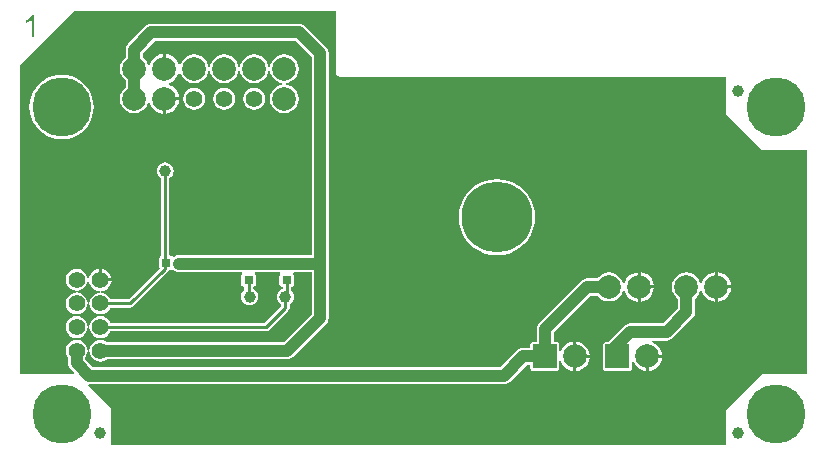
<source format=gtl>
G04 Layer_Physical_Order=1*
G04 Layer_Color=65280*
%FSLAX44Y44*%
%MOMM*%
G71*
G01*
G75*
%ADD10C,1.0000*%
%ADD11R,0.8000X0.7000*%
%ADD12R,0.7000X0.8000*%
%ADD13C,1.0000*%
%ADD14C,0.2540*%
%ADD15C,2.0000*%
%ADD16C,1.4000*%
%ADD17R,2.0000X2.0000*%
%ADD18C,5.0000*%
%ADD19C,6.0000*%
G36*
X270735Y317656D02*
X270945Y316602D01*
X271541Y315709D01*
X271710Y315541D01*
X271710Y315541D01*
X272603Y314944D01*
X273656Y314735D01*
X273656Y314735D01*
X600799D01*
Y283029D01*
X631070Y252758D01*
X668987D01*
Y62758D01*
X631070D01*
X621070Y52758D01*
X600799Y32487D01*
Y2753D01*
X80354D01*
Y33474D01*
X60565Y53264D01*
X61158Y54466D01*
X61687Y54397D01*
X412697D01*
X414576Y54644D01*
X416328Y55370D01*
X417832Y56524D01*
X432009Y70701D01*
X435109D01*
Y67963D01*
X435280Y67105D01*
X435766Y66377D01*
X436494Y65891D01*
X437352Y65720D01*
X457352D01*
X458210Y65891D01*
X458938Y66377D01*
X459424Y67105D01*
X459595Y67963D01*
Y73639D01*
X460865Y73892D01*
X461798Y71639D01*
X463808Y69019D01*
X466428Y67009D01*
X469478Y65746D01*
X471482Y65482D01*
Y77963D01*
Y90444D01*
X469478Y90180D01*
X466428Y88917D01*
X463808Y86907D01*
X461798Y84287D01*
X460865Y82034D01*
X459595Y82287D01*
Y87963D01*
X459424Y88821D01*
X458938Y89549D01*
X458210Y90035D01*
X457352Y90206D01*
X455102D01*
Y98242D01*
X486270Y129411D01*
X491943D01*
X493047Y127972D01*
X495596Y126016D01*
X498564Y124787D01*
X501749Y124368D01*
X504934Y124787D01*
X507901Y126016D01*
X510450Y127972D01*
X512405Y130520D01*
X513635Y133488D01*
X513637Y133504D01*
X514918D01*
X514931Y133399D01*
X516195Y130349D01*
X518205Y127729D01*
X520825Y125719D01*
X523875Y124456D01*
X525879Y124192D01*
Y136673D01*
Y149154D01*
X523875Y148890D01*
X520825Y147627D01*
X518205Y145617D01*
X516195Y142997D01*
X514931Y139946D01*
X514918Y139842D01*
X513637D01*
X513635Y139858D01*
X512405Y142825D01*
X510450Y145374D01*
X507901Y147330D01*
X504934Y148559D01*
X501749Y148978D01*
X498564Y148559D01*
X495596Y147330D01*
X493047Y145374D01*
X491943Y143935D01*
X483262D01*
X481383Y143688D01*
X479631Y142962D01*
X478127Y141808D01*
X442704Y106385D01*
X441550Y104881D01*
X440825Y103130D01*
X440577Y101250D01*
Y90206D01*
X437352D01*
X436494Y90035D01*
X435766Y89549D01*
X435280Y88821D01*
X435109Y87963D01*
Y85225D01*
X429001D01*
X427121Y84978D01*
X425370Y84252D01*
X423866Y83098D01*
X409688Y68921D01*
X64695D01*
X58332Y75284D01*
Y77110D01*
X59106Y78119D01*
X60033Y80357D01*
X60349Y82758D01*
X60033Y85160D01*
X59106Y87398D01*
X57632Y89320D01*
X55710Y90794D01*
X53472Y91721D01*
X51070Y92037D01*
X48668Y91721D01*
X46430Y90794D01*
X44509Y89320D01*
X43034Y87398D01*
X42107Y85160D01*
X41791Y82758D01*
X42107Y80357D01*
X43034Y78119D01*
X43808Y77110D01*
Y72276D01*
X44055Y70396D01*
X44781Y68644D01*
X45935Y67140D01*
X49144Y63931D01*
X48658Y62758D01*
X2753D01*
Y324441D01*
X48810Y370498D01*
X270735D01*
Y317656D01*
D02*
G37*
G36*
X15192Y348016D02*
X12822D01*
Y363004D01*
X12794Y362976D01*
X12679Y362862D01*
X12479Y362719D01*
X12222Y362490D01*
X11909Y362262D01*
X11509Y361976D01*
X11052Y361691D01*
X10567Y361377D01*
X10538D01*
X10510Y361348D01*
X10338Y361234D01*
X10081Y361091D01*
X9739Y360920D01*
X9368Y360720D01*
X8968Y360549D01*
X8540Y360349D01*
X8111Y360178D01*
Y362462D01*
X8140D01*
X8197Y362490D01*
X8311Y362547D01*
X8454Y362633D01*
X8625Y362719D01*
X8825Y362833D01*
X9282Y363090D01*
X9824Y363404D01*
X10395Y363775D01*
X10966Y364203D01*
X11537Y364689D01*
X11566Y364717D01*
X11594Y364746D01*
X11794Y364917D01*
X12051Y365174D01*
X12365Y365517D01*
X12708Y365916D01*
X13051Y366344D01*
X13393Y366801D01*
X13650Y367287D01*
X15192D01*
Y348016D01*
D02*
G37*
%LPC*%
G36*
X539630Y135403D02*
X528419D01*
Y124192D01*
X530422Y124456D01*
X533473Y125719D01*
X536092Y127729D01*
X538102Y130349D01*
X539366Y133399D01*
X539630Y135403D01*
D02*
G37*
G36*
X605130D02*
X593919D01*
Y124192D01*
X595922Y124456D01*
X598973Y125719D01*
X601592Y127729D01*
X603602Y130349D01*
X604866Y133399D01*
X605130Y135403D01*
D02*
G37*
G36*
X528419Y149154D02*
Y137943D01*
X539630D01*
X539366Y139946D01*
X538102Y142997D01*
X536092Y145617D01*
X533473Y147627D01*
X530422Y148890D01*
X528419Y149154D01*
D02*
G37*
G36*
X51070Y132037D02*
X48668Y131721D01*
X46430Y130794D01*
X44509Y129320D01*
X43034Y127398D01*
X42107Y125160D01*
X41791Y122758D01*
X42107Y120357D01*
X43034Y118118D01*
X44509Y116197D01*
X46430Y114722D01*
X48668Y113795D01*
X51070Y113479D01*
X53472Y113795D01*
X55710Y114722D01*
X57632Y116197D01*
X59106Y118118D01*
X60033Y120357D01*
X60349Y122758D01*
X60033Y125160D01*
X59106Y127398D01*
X57632Y129320D01*
X55710Y130794D01*
X53472Y131721D01*
X51070Y132037D01*
D02*
G37*
G36*
X485233Y76693D02*
X474022D01*
Y65482D01*
X476026Y65746D01*
X479076Y67009D01*
X481696Y69019D01*
X483706Y71639D01*
X484969Y74689D01*
X485233Y76693D01*
D02*
G37*
G36*
X546771Y76571D02*
X535560D01*
Y65360D01*
X537564Y65624D01*
X540614Y66887D01*
X543234Y68898D01*
X545244Y71517D01*
X546507Y74568D01*
X546771Y76571D01*
D02*
G37*
G36*
X51070Y112037D02*
X48668Y111721D01*
X46430Y110794D01*
X44509Y109320D01*
X43034Y107398D01*
X42107Y105160D01*
X41791Y102758D01*
X42107Y100357D01*
X43034Y98118D01*
X44509Y96197D01*
X46430Y94722D01*
X48668Y93795D01*
X51070Y93479D01*
X53472Y93795D01*
X55710Y94722D01*
X57632Y96197D01*
X59106Y98118D01*
X60033Y100357D01*
X60349Y102758D01*
X60033Y105160D01*
X59106Y107398D01*
X57632Y109320D01*
X55710Y110794D01*
X53472Y111721D01*
X51070Y112037D01*
D02*
G37*
G36*
X474022Y90444D02*
Y79233D01*
X485233D01*
X484969Y81237D01*
X483706Y84287D01*
X481696Y86907D01*
X479076Y88917D01*
X476026Y90180D01*
X474022Y90444D01*
D02*
G37*
G36*
X137620Y294708D02*
X126409D01*
Y283496D01*
X128413Y283760D01*
X131463Y285024D01*
X134083Y287034D01*
X136093Y289653D01*
X137356Y292704D01*
X137620Y294708D01*
D02*
G37*
G36*
X38230Y316242D02*
X33962Y315906D01*
X29799Y314907D01*
X25843Y313269D01*
X22193Y311031D01*
X18937Y308251D01*
X16157Y304995D01*
X13920Y301345D01*
X12281Y297389D01*
X11282Y293226D01*
X10946Y288958D01*
X11282Y284690D01*
X12281Y280527D01*
X13920Y276572D01*
X16157Y272921D01*
X18937Y269665D01*
X22193Y266885D01*
X25843Y264648D01*
X29799Y263009D01*
X33962Y262010D01*
X38230Y261674D01*
X42498Y262010D01*
X46661Y263009D01*
X50617Y264648D01*
X54267Y266885D01*
X57523Y269665D01*
X60303Y272921D01*
X62540Y276572D01*
X64179Y280527D01*
X65178Y284690D01*
X65514Y288958D01*
X65178Y293226D01*
X64179Y297389D01*
X62540Y301345D01*
X60303Y304995D01*
X57523Y308251D01*
X54267Y311031D01*
X50617Y313269D01*
X46661Y314907D01*
X42498Y315906D01*
X38230Y316242D01*
D02*
G37*
G36*
X150539Y305257D02*
X148137Y304941D01*
X145899Y304014D01*
X143977Y302539D01*
X142503Y300617D01*
X141576Y298379D01*
X141260Y295977D01*
X141576Y293576D01*
X142503Y291338D01*
X143977Y289416D01*
X145899Y287941D01*
X148137Y287014D01*
X150539Y286698D01*
X152941Y287014D01*
X155179Y287941D01*
X157100Y289416D01*
X158575Y291338D01*
X159502Y293576D01*
X159818Y295977D01*
X159502Y298379D01*
X158575Y300617D01*
X157100Y302539D01*
X155179Y304014D01*
X152941Y304941D01*
X150539Y305257D01*
D02*
G37*
G36*
X201339D02*
X198937Y304941D01*
X196699Y304014D01*
X194777Y302539D01*
X193303Y300617D01*
X192376Y298379D01*
X192060Y295977D01*
X192376Y293576D01*
X193303Y291338D01*
X194777Y289416D01*
X196699Y287941D01*
X198937Y287014D01*
X201339Y286698D01*
X203741Y287014D01*
X205979Y287941D01*
X207900Y289416D01*
X209375Y291338D01*
X210302Y293576D01*
X210618Y295977D01*
X210302Y298379D01*
X209375Y300617D01*
X207900Y302539D01*
X205979Y304014D01*
X203741Y304941D01*
X201339Y305257D01*
D02*
G37*
G36*
X175939D02*
X173537Y304941D01*
X171299Y304014D01*
X169377Y302539D01*
X167903Y300617D01*
X166976Y298379D01*
X166660Y295977D01*
X166976Y293576D01*
X167903Y291338D01*
X169377Y289416D01*
X171299Y287941D01*
X173537Y287014D01*
X175939Y286698D01*
X178341Y287014D01*
X180579Y287941D01*
X182500Y289416D01*
X183975Y291338D01*
X184902Y293576D01*
X185218Y295977D01*
X184902Y298379D01*
X183975Y300617D01*
X182500Y302539D01*
X180579Y304014D01*
X178341Y304941D01*
X175939Y305257D01*
D02*
G37*
G36*
X591379Y149154D02*
X589375Y148890D01*
X586325Y147627D01*
X583705Y145617D01*
X581695Y142997D01*
X580432Y139946D01*
X580418Y139842D01*
X579137D01*
X579135Y139858D01*
X577905Y142825D01*
X575950Y145374D01*
X573401Y147330D01*
X570434Y148559D01*
X567249Y148978D01*
X564064Y148559D01*
X561096Y147330D01*
X558548Y145374D01*
X556592Y142825D01*
X555363Y139858D01*
X554943Y136673D01*
X555363Y133488D01*
X556592Y130520D01*
X558548Y127972D01*
X559987Y126868D01*
Y118209D01*
X547520Y105743D01*
X519492D01*
X517613Y105496D01*
X515861Y104770D01*
X514357Y103616D01*
X500826Y90084D01*
X498890D01*
X498032Y89914D01*
X497304Y89427D01*
X496818Y88700D01*
X496647Y87841D01*
Y67841D01*
X496818Y66983D01*
X497304Y66255D01*
X498032Y65769D01*
X498890Y65598D01*
X518890D01*
X519749Y65769D01*
X520476Y66255D01*
X520963Y66983D01*
X521133Y67841D01*
Y73517D01*
X522403Y73770D01*
X523336Y71517D01*
X525347Y68898D01*
X527966Y66887D01*
X531017Y65624D01*
X533020Y65360D01*
Y77841D01*
X534290D01*
Y79111D01*
X546771D01*
X546507Y81115D01*
X545244Y84165D01*
X543234Y86785D01*
X540614Y88795D01*
X537829Y89949D01*
X538081Y91219D01*
X550528D01*
X552408Y91466D01*
X554159Y92192D01*
X555663Y93346D01*
X572384Y110066D01*
X573538Y111570D01*
X574263Y113322D01*
X574511Y115201D01*
Y126868D01*
X575950Y127972D01*
X577905Y130520D01*
X579135Y133488D01*
X579137Y133504D01*
X580418D01*
X580432Y133399D01*
X581695Y130349D01*
X583705Y127729D01*
X586325Y125719D01*
X589375Y124456D01*
X591379Y124192D01*
Y136673D01*
Y149154D01*
D02*
G37*
G36*
X593919D02*
Y137943D01*
X605130D01*
X604866Y139946D01*
X603602Y142997D01*
X601592Y145617D01*
X598973Y147627D01*
X595922Y148890D01*
X593919Y149154D01*
D02*
G37*
G36*
X72340Y152213D02*
Y144028D01*
X80525D01*
X80365Y145249D01*
X79403Y147569D01*
X77874Y149562D01*
X75881Y151091D01*
X73561Y152053D01*
X72340Y152213D01*
D02*
G37*
G36*
X406749Y227973D02*
X401696Y227575D01*
X396768Y226392D01*
X392085Y224452D01*
X387763Y221804D01*
X383909Y218512D01*
X380618Y214658D01*
X377970Y210337D01*
X376030Y205654D01*
X374847Y200726D01*
X374449Y195673D01*
X374847Y190620D01*
X376030Y185692D01*
X377970Y181009D01*
X380618Y176688D01*
X383909Y172834D01*
X387763Y169542D01*
X392085Y166894D01*
X396768Y164954D01*
X401696Y163771D01*
X406749Y163373D01*
X411801Y163771D01*
X416730Y164954D01*
X421412Y166894D01*
X425734Y169542D01*
X429588Y172834D01*
X432880Y176688D01*
X435528Y181009D01*
X437467Y185692D01*
X438651Y190620D01*
X439048Y195673D01*
X438651Y200726D01*
X437467Y205654D01*
X435528Y210337D01*
X432880Y214658D01*
X429588Y218512D01*
X425734Y221804D01*
X421412Y224452D01*
X416730Y226392D01*
X411801Y227575D01*
X406749Y227973D01*
D02*
G37*
G36*
X239400Y359385D02*
X114328D01*
X112449Y359137D01*
X110697Y358412D01*
X109193Y357258D01*
X94604Y342668D01*
X93450Y341164D01*
X92724Y339413D01*
X92477Y337533D01*
Y331183D01*
X91038Y330079D01*
X89082Y327530D01*
X87853Y324562D01*
X87434Y321377D01*
X87853Y318193D01*
X89082Y315225D01*
X91038Y312676D01*
X92477Y311572D01*
Y305783D01*
X91038Y304679D01*
X89082Y302130D01*
X87853Y299162D01*
X87434Y295977D01*
X87853Y292793D01*
X89082Y289825D01*
X91038Y287276D01*
X93586Y285321D01*
X96554Y284091D01*
X99739Y283672D01*
X102924Y284091D01*
X105892Y285321D01*
X108440Y287276D01*
X110396Y289825D01*
X111625Y292793D01*
X111627Y292808D01*
X112908D01*
X112922Y292704D01*
X114185Y289653D01*
X116195Y287034D01*
X118815Y285024D01*
X121865Y283760D01*
X123869Y283496D01*
Y295977D01*
X125139D01*
Y297248D01*
X137620D01*
X137356Y299251D01*
X136093Y302302D01*
X134083Y304921D01*
X131463Y306931D01*
X128906Y307990D01*
Y309365D01*
X131463Y310424D01*
X134083Y312434D01*
X136093Y315053D01*
X137356Y318104D01*
X137370Y318208D01*
X138651D01*
X138653Y318193D01*
X139882Y315225D01*
X141838Y312676D01*
X144386Y310721D01*
X147354Y309492D01*
X150539Y309072D01*
X153724Y309492D01*
X156692Y310721D01*
X159240Y312676D01*
X161196Y315225D01*
X162425Y318193D01*
X162598Y319511D01*
X163879D01*
X164053Y318193D01*
X165282Y315225D01*
X167238Y312676D01*
X169786Y310721D01*
X172754Y309492D01*
X175939Y309072D01*
X179124Y309492D01*
X182092Y310721D01*
X184640Y312676D01*
X186596Y315225D01*
X187825Y318193D01*
X187999Y319511D01*
X189279D01*
X189453Y318193D01*
X190682Y315225D01*
X192638Y312676D01*
X195186Y310721D01*
X198154Y309492D01*
X201339Y309072D01*
X204524Y309492D01*
X207492Y310721D01*
X210040Y312676D01*
X211996Y315225D01*
X213225Y318193D01*
X213398Y319511D01*
X214679D01*
X214853Y318193D01*
X216082Y315225D01*
X218038Y312676D01*
X220586Y310721D01*
X223554Y309492D01*
X224872Y309318D01*
Y308037D01*
X223554Y307864D01*
X220586Y306634D01*
X218038Y304679D01*
X216082Y302130D01*
X214853Y299162D01*
X214434Y295977D01*
X214853Y292793D01*
X216082Y289825D01*
X218038Y287276D01*
X220586Y285321D01*
X223554Y284091D01*
X226739Y283672D01*
X229924Y284091D01*
X232892Y285321D01*
X235440Y287276D01*
X237396Y289825D01*
X238625Y292793D01*
X239044Y295977D01*
X238625Y299162D01*
X237396Y302130D01*
X235440Y304679D01*
X232892Y306634D01*
X229924Y307864D01*
X228606Y308037D01*
Y309318D01*
X229924Y309492D01*
X232892Y310721D01*
X235440Y312676D01*
X237396Y315225D01*
X238625Y318193D01*
X239044Y321377D01*
X238625Y324562D01*
X237396Y327530D01*
X235440Y330079D01*
X232892Y332034D01*
X229924Y333264D01*
X226739Y333683D01*
X223554Y333264D01*
X220586Y332034D01*
X218038Y330079D01*
X216082Y327530D01*
X214853Y324562D01*
X214679Y323244D01*
X213398D01*
X213225Y324562D01*
X211996Y327530D01*
X210040Y330079D01*
X207492Y332034D01*
X204524Y333264D01*
X201339Y333683D01*
X198154Y333264D01*
X195186Y332034D01*
X192638Y330079D01*
X190682Y327530D01*
X189453Y324562D01*
X189279Y323244D01*
X187999D01*
X187825Y324562D01*
X186596Y327530D01*
X184640Y330079D01*
X182092Y332034D01*
X179124Y333264D01*
X175939Y333683D01*
X172754Y333264D01*
X169786Y332034D01*
X167238Y330079D01*
X165282Y327530D01*
X164053Y324562D01*
X163879Y323244D01*
X162598D01*
X162425Y324562D01*
X161196Y327530D01*
X159240Y330079D01*
X156692Y332034D01*
X153724Y333264D01*
X150539Y333683D01*
X147354Y333264D01*
X144386Y332034D01*
X141838Y330079D01*
X139882Y327530D01*
X138653Y324562D01*
X138651Y324547D01*
X137370D01*
X137356Y324651D01*
X136093Y327702D01*
X134083Y330321D01*
X131463Y332331D01*
X128413Y333595D01*
X126409Y333858D01*
Y321377D01*
X123869D01*
Y333858D01*
X121865Y333595D01*
X118815Y332331D01*
X116195Y330321D01*
X114185Y327702D01*
X112922Y324651D01*
X112908Y324547D01*
X111627D01*
X111625Y324562D01*
X110396Y327530D01*
X108440Y330079D01*
X107001Y331183D01*
Y334525D01*
X117337Y344860D01*
X236391D01*
X249841Y331411D01*
Y163673D01*
X137760D01*
X135881Y163426D01*
X134129Y162700D01*
X133581Y162279D01*
X133462Y162248D01*
X131941Y162622D01*
X131892Y162695D01*
X131164Y163181D01*
X130306Y163352D01*
X129440D01*
Y228564D01*
X129533Y228603D01*
X131037Y229757D01*
X132191Y231261D01*
X132917Y233012D01*
X133164Y234892D01*
X132917Y236771D01*
X132191Y238523D01*
X131037Y240027D01*
X129533Y241181D01*
X127782Y241906D01*
X125902Y242154D01*
X124023Y241906D01*
X122271Y241181D01*
X120767Y240027D01*
X119613Y238523D01*
X118888Y236771D01*
X118640Y234892D01*
X118888Y233012D01*
X119613Y231261D01*
X120767Y229757D01*
X122271Y228603D01*
X122364Y228564D01*
Y163126D01*
X121720Y162695D01*
X121233Y161968D01*
X121063Y161109D01*
Y153109D01*
X121181Y152513D01*
X94965Y126296D01*
X79563D01*
X79106Y127398D01*
X77632Y129320D01*
X75710Y130794D01*
X73472Y131721D01*
X71764Y131946D01*
Y133227D01*
X73561Y133464D01*
X75881Y134425D01*
X77874Y135954D01*
X79403Y137947D01*
X80365Y140268D01*
X80525Y141488D01*
X71070D01*
Y142758D01*
X69800D01*
Y152213D01*
X68580Y152053D01*
X66259Y151091D01*
X64266Y149562D01*
X62737Y147569D01*
X61776Y145249D01*
X61539Y143452D01*
X60258D01*
X60033Y145160D01*
X59106Y147398D01*
X57632Y149320D01*
X55710Y150794D01*
X53472Y151721D01*
X51070Y152037D01*
X48668Y151721D01*
X46430Y150794D01*
X44509Y149320D01*
X43034Y147398D01*
X42107Y145160D01*
X41791Y142758D01*
X42107Y140357D01*
X43034Y138118D01*
X44509Y136197D01*
X46430Y134722D01*
X48668Y133795D01*
X51070Y133479D01*
X53472Y133795D01*
X55710Y134722D01*
X57632Y136197D01*
X59106Y138118D01*
X60033Y140357D01*
X60258Y142065D01*
X61539D01*
X61776Y140268D01*
X62737Y137947D01*
X64266Y135954D01*
X66259Y134425D01*
X68580Y133464D01*
X70376Y133227D01*
Y131946D01*
X68668Y131721D01*
X66430Y130794D01*
X64509Y129320D01*
X63034Y127398D01*
X62107Y125160D01*
X61791Y122758D01*
X62107Y120357D01*
X63034Y118118D01*
X64509Y116197D01*
X66430Y114722D01*
X68668Y113795D01*
X71070Y113479D01*
X73472Y113795D01*
X75710Y114722D01*
X77632Y116197D01*
X79106Y118118D01*
X79563Y119220D01*
X96430D01*
X97784Y119489D01*
X98932Y120256D01*
X128404Y149728D01*
X129164Y150866D01*
X130306D01*
X131164Y151037D01*
X131892Y151523D01*
X133041Y150957D01*
X134129Y150122D01*
X135881Y149397D01*
X137760Y149149D01*
X190838D01*
X191224Y147879D01*
X191032Y147751D01*
X190545Y147023D01*
X190375Y146165D01*
Y139165D01*
X190545Y138306D01*
X191032Y137579D01*
X191759Y137092D01*
X192618Y136922D01*
X193080D01*
Y134141D01*
X192413Y133630D01*
X191259Y132126D01*
X190534Y130374D01*
X190286Y128495D01*
X190534Y126615D01*
X191259Y124864D01*
X192413Y123360D01*
X193917Y122206D01*
X195669Y121480D01*
X197548Y121233D01*
X199428Y121480D01*
X201179Y122206D01*
X202683Y123360D01*
X203837Y124864D01*
X204563Y126615D01*
X204810Y128495D01*
X204563Y130374D01*
X203837Y132126D01*
X202683Y133630D01*
X201179Y134784D01*
X200156Y135208D01*
Y136922D01*
X200618D01*
X201476Y137092D01*
X202204Y137579D01*
X202690Y138306D01*
X202861Y139165D01*
Y146165D01*
X202690Y147023D01*
X202204Y147751D01*
X202012Y147879D01*
X202397Y149149D01*
X223175D01*
X223560Y147879D01*
X223368Y147751D01*
X222882Y147023D01*
X222711Y146165D01*
Y139165D01*
X222882Y138306D01*
X223368Y137579D01*
X224096Y137092D01*
X224954Y136922D01*
X225416D01*
Y135072D01*
X224160Y134551D01*
X222656Y133397D01*
X221502Y131893D01*
X220776Y130142D01*
X220529Y128262D01*
X220776Y126383D01*
X221502Y124631D01*
X222656Y123127D01*
X224160Y121973D01*
X224253Y121934D01*
Y120655D01*
X209894Y106296D01*
X79563D01*
X79106Y107398D01*
X77632Y109320D01*
X75710Y110794D01*
X73472Y111721D01*
X71070Y112037D01*
X68668Y111721D01*
X66430Y110794D01*
X64509Y109320D01*
X63034Y107398D01*
X62107Y105160D01*
X61791Y102758D01*
X62107Y100357D01*
X63034Y98118D01*
X64509Y96197D01*
X66430Y94722D01*
X68668Y93795D01*
X71070Y93479D01*
X73472Y93795D01*
X75710Y94722D01*
X77632Y96197D01*
X79106Y98118D01*
X79563Y99220D01*
X211360D01*
X212714Y99489D01*
X213862Y100256D01*
X230293Y116688D01*
X231060Y117835D01*
X231329Y119189D01*
Y121934D01*
X231422Y121973D01*
X232926Y123127D01*
X234080Y124631D01*
X234806Y126383D01*
X235053Y128262D01*
X234806Y130142D01*
X234080Y131893D01*
X232926Y133397D01*
X232492Y133730D01*
Y136922D01*
X232954D01*
X233813Y137092D01*
X234540Y137579D01*
X235027Y138306D01*
X235197Y139165D01*
Y146165D01*
X235027Y147023D01*
X234540Y147751D01*
X234348Y147879D01*
X234734Y149149D01*
X249841D01*
Y113683D01*
X226179Y90020D01*
X76718D01*
X75710Y90794D01*
X73472Y91721D01*
X71070Y92037D01*
X68668Y91721D01*
X66430Y90794D01*
X64509Y89320D01*
X63034Y87398D01*
X62107Y85160D01*
X61791Y82758D01*
X62107Y80357D01*
X63034Y78119D01*
X64509Y76197D01*
X66430Y74722D01*
X68668Y73795D01*
X71070Y73479D01*
X73472Y73795D01*
X75710Y74722D01*
X76718Y75496D01*
X229187D01*
X231066Y75743D01*
X232818Y76469D01*
X234322Y77623D01*
X262238Y105540D01*
X263393Y107044D01*
X264118Y108795D01*
X264365Y110675D01*
Y157109D01*
Y334419D01*
X264118Y336298D01*
X263393Y338050D01*
X262238Y339554D01*
X244535Y357258D01*
X243031Y358412D01*
X241279Y359137D01*
X239400Y359385D01*
D02*
G37*
%LPD*%
D10*
X611070Y302758D02*
D03*
Y12758D02*
D03*
X71070D02*
D03*
X86701Y272973D02*
D03*
X621070Y212758D02*
D03*
X581070D02*
D03*
X281070Y182758D02*
D03*
Y142758D02*
D03*
X391070Y112758D02*
D03*
X351070D02*
D03*
X451070Y212758D02*
D03*
Y182758D02*
D03*
X431070Y142758D02*
D03*
X391070D02*
D03*
X351070Y222758D02*
D03*
X214065Y174790D02*
D03*
X351070Y182758D02*
D03*
Y162758D02*
D03*
Y142758D02*
D03*
X311070D02*
D03*
Y162758D02*
D03*
Y182758D02*
D03*
Y202758D02*
D03*
Y222758D02*
D03*
X581070Y262758D02*
D03*
X441070Y242758D02*
D03*
X391070D02*
D03*
X351070D02*
D03*
X311070D02*
D03*
X271070Y262758D02*
D03*
X212670Y214338D02*
D03*
X180100Y173859D02*
D03*
X391070Y262758D02*
D03*
X441070D02*
D03*
X271070Y282758D02*
D03*
Y302758D02*
D03*
X581070D02*
D03*
Y282758D02*
D03*
Y242758D02*
D03*
X621070D02*
D03*
X651070D02*
D03*
X661070Y202758D02*
D03*
X519492Y115110D02*
D03*
X591070Y162758D02*
D03*
X561070D02*
D03*
X531070D02*
D03*
X501070D02*
D03*
X471070D02*
D03*
X451070Y142758D02*
D03*
X411070Y102758D02*
D03*
X391070Y82758D02*
D03*
X351070D02*
D03*
X561070Y52758D02*
D03*
X601070D02*
D03*
X571070Y22758D02*
D03*
X411070D02*
D03*
X381070D02*
D03*
X341070D02*
D03*
X301070D02*
D03*
X261070D02*
D03*
X221070D02*
D03*
X181070D02*
D03*
X141070D02*
D03*
X101070D02*
D03*
X401070Y42758D02*
D03*
X381070D02*
D03*
X361070D02*
D03*
X341070D02*
D03*
X321070D02*
D03*
X301070D02*
D03*
X281070D02*
D03*
X261070D02*
D03*
X241070D02*
D03*
X221070D02*
D03*
X201070D02*
D03*
X181070D02*
D03*
X161070D02*
D03*
X141070D02*
D03*
X121070D02*
D03*
X101070D02*
D03*
X11070Y72758D02*
D03*
Y102758D02*
D03*
Y262758D02*
D03*
X261070Y362758D02*
D03*
X71070Y272758D02*
D03*
X54647Y199416D02*
D03*
X71070Y312758D02*
D03*
X11070D02*
D03*
X41070Y332758D02*
D03*
X71070D02*
D03*
Y352758D02*
D03*
X136570Y336258D02*
D03*
X202070Y339758D02*
D03*
X573247Y80305D02*
D03*
X123070Y135758D02*
D03*
X320570Y78758D02*
D03*
X284070Y78258D02*
D03*
X241982Y215734D02*
D03*
X242070Y252258D02*
D03*
X178070Y270758D02*
D03*
X44570Y163758D02*
D03*
X111570Y171258D02*
D03*
X90070D02*
D03*
X98070Y147758D02*
D03*
X237562Y110582D02*
D03*
X176570Y116258D02*
D03*
X151070Y115758D02*
D03*
X131070D02*
D03*
X241070Y172758D02*
D03*
X31070Y122758D02*
D03*
X11070Y222758D02*
D03*
Y242758D02*
D03*
X91070Y252758D02*
D03*
X121070Y272758D02*
D03*
X111070Y232758D02*
D03*
X151070Y242758D02*
D03*
X140319Y203869D02*
D03*
X101070Y202758D02*
D03*
X201070Y252758D02*
D03*
Y272758D02*
D03*
X151070D02*
D03*
X141070Y172758D02*
D03*
X165212Y140592D02*
D03*
X81331Y201350D02*
D03*
X180798Y213640D02*
D03*
X141070Y132758D02*
D03*
X125902Y234892D02*
D03*
X227791Y128262D02*
D03*
X197548Y128495D02*
D03*
D11*
X196618Y142665D02*
D03*
Y156665D02*
D03*
X228954Y142665D02*
D03*
Y156665D02*
D03*
D12*
X140806Y157109D02*
D03*
X126806D02*
D03*
D13*
X114328Y352122D02*
X239400D01*
X99739Y337533D02*
X114328Y352122D01*
X51070Y72276D02*
Y82758D01*
Y72276D02*
X61687Y61659D01*
X99739Y321377D02*
Y337533D01*
Y295977D02*
Y321377D01*
X505245Y84234D02*
X519492Y98481D01*
X567249Y115201D02*
Y136673D01*
X519492Y98481D02*
X550528D01*
X567249Y115201D01*
X61687Y61659D02*
X412697D01*
X505245Y78245D02*
Y84234D01*
X239400Y352122D02*
X257103Y334419D01*
X229187Y82758D02*
X257103Y110675D01*
X71070Y82758D02*
X229187D01*
X257103Y110675D02*
Y157109D01*
Y334419D01*
X256405Y156411D02*
X257103Y157109D01*
X137760Y156411D02*
X256405D01*
X447840Y101250D02*
X483262Y136673D01*
X501749D01*
X412697Y61659D02*
X429001Y77963D01*
X447840D01*
Y101250D01*
D14*
X226739Y295977D02*
X227234Y295482D01*
X71070Y102758D02*
X211360D01*
X227791Y119189D01*
Y128262D01*
X228954Y129425D02*
Y142665D01*
X227791Y128262D02*
X228954Y129425D01*
X196618Y129425D02*
Y142665D01*
Y129425D02*
X197548Y128495D01*
X71070Y122758D02*
X96430D01*
X125902Y152230D01*
Y234892D01*
D15*
X99739Y321377D02*
D03*
Y295977D02*
D03*
X125139Y321377D02*
D03*
Y295977D02*
D03*
X150539Y321377D02*
D03*
X175939D02*
D03*
X201339D02*
D03*
X226739Y295977D02*
D03*
Y321377D02*
D03*
X527149Y136673D02*
D03*
X501749D02*
D03*
X592649D02*
D03*
X567249D02*
D03*
X534290Y77841D02*
D03*
X472752Y77963D02*
D03*
D16*
X150539Y295977D02*
D03*
X175939D02*
D03*
X201339D02*
D03*
X51070Y82758D02*
D03*
X71070D02*
D03*
X51070Y102758D02*
D03*
X71070D02*
D03*
X51070Y122758D02*
D03*
X71070D02*
D03*
X51070Y142758D02*
D03*
X71070D02*
D03*
D17*
X508890Y77841D02*
D03*
X447352Y77963D02*
D03*
D18*
X643230Y28958D02*
D03*
X38230Y28958D02*
D03*
X643230Y288958D02*
D03*
X38230D02*
D03*
D19*
X406749Y195673D02*
D03*
M02*

</source>
